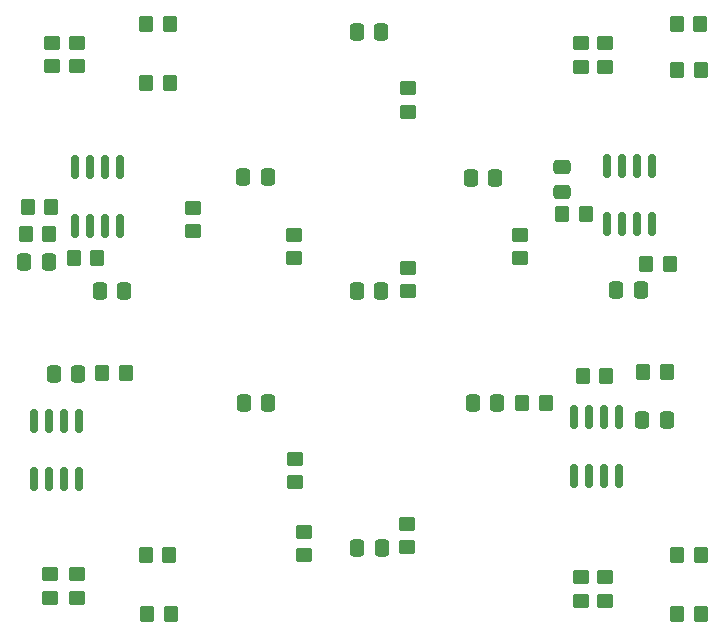
<source format=gbr>
G04 #@! TF.GenerationSoftware,KiCad,Pcbnew,(6.0.0-0)*
G04 #@! TF.CreationDate,2022-02-14T22:07:48-06:00*
G04 #@! TF.ProjectId,bells-venn,62656c6c-732d-4766-956e-6e2e6b696361,rev?*
G04 #@! TF.SameCoordinates,Original*
G04 #@! TF.FileFunction,Paste,Bot*
G04 #@! TF.FilePolarity,Positive*
%FSLAX46Y46*%
G04 Gerber Fmt 4.6, Leading zero omitted, Abs format (unit mm)*
G04 Created by KiCad (PCBNEW (6.0.0-0)) date 2022-02-14 22:07:48*
%MOMM*%
%LPD*%
G01*
G04 APERTURE LIST*
G04 Aperture macros list*
%AMRoundRect*
0 Rectangle with rounded corners*
0 $1 Rounding radius*
0 $2 $3 $4 $5 $6 $7 $8 $9 X,Y pos of 4 corners*
0 Add a 4 corners polygon primitive as box body*
4,1,4,$2,$3,$4,$5,$6,$7,$8,$9,$2,$3,0*
0 Add four circle primitives for the rounded corners*
1,1,$1+$1,$2,$3*
1,1,$1+$1,$4,$5*
1,1,$1+$1,$6,$7*
1,1,$1+$1,$8,$9*
0 Add four rect primitives between the rounded corners*
20,1,$1+$1,$2,$3,$4,$5,0*
20,1,$1+$1,$4,$5,$6,$7,0*
20,1,$1+$1,$6,$7,$8,$9,0*
20,1,$1+$1,$8,$9,$2,$3,0*%
G04 Aperture macros list end*
%ADD10RoundRect,0.150000X0.150000X-0.825000X0.150000X0.825000X-0.150000X0.825000X-0.150000X-0.825000X0*%
%ADD11RoundRect,0.250000X-0.450000X0.350000X-0.450000X-0.350000X0.450000X-0.350000X0.450000X0.350000X0*%
%ADD12RoundRect,0.250000X0.337500X0.475000X-0.337500X0.475000X-0.337500X-0.475000X0.337500X-0.475000X0*%
%ADD13RoundRect,0.250000X0.350000X0.450000X-0.350000X0.450000X-0.350000X-0.450000X0.350000X-0.450000X0*%
%ADD14RoundRect,0.250000X0.450000X-0.350000X0.450000X0.350000X-0.450000X0.350000X-0.450000X-0.350000X0*%
%ADD15RoundRect,0.250000X-0.337500X-0.475000X0.337500X-0.475000X0.337500X0.475000X-0.337500X0.475000X0*%
%ADD16RoundRect,0.250000X-0.350000X-0.450000X0.350000X-0.450000X0.350000X0.450000X-0.350000X0.450000X0*%
%ADD17RoundRect,0.250000X0.475000X-0.337500X0.475000X0.337500X-0.475000X0.337500X-0.475000X-0.337500X0*%
%ADD18RoundRect,0.150000X-0.150000X0.825000X-0.150000X-0.825000X0.150000X-0.825000X0.150000X0.825000X0*%
G04 APERTURE END LIST*
D10*
X125857000Y-71766200D03*
X124587000Y-71766200D03*
X123317000Y-71766200D03*
X122047000Y-71766200D03*
X122047000Y-66816200D03*
X123317000Y-66816200D03*
X124587000Y-66816200D03*
X125857000Y-66816200D03*
D11*
X144119600Y-51054000D03*
X144119600Y-53054000D03*
X153688800Y-75520800D03*
X153688800Y-77520800D03*
X153720800Y-53848000D03*
X153720800Y-55848000D03*
D12*
X123334600Y-53340000D03*
X121259600Y-53340000D03*
D13*
X170554400Y-63042800D03*
X168554400Y-63042800D03*
D12*
X125823800Y-62839600D03*
X123748800Y-62839600D03*
D14*
X123621800Y-36797600D03*
X123621800Y-34797600D03*
D13*
X127441200Y-53035200D03*
X125441200Y-53035200D03*
D14*
X123444000Y-81763000D03*
X123444000Y-79763000D03*
X168402000Y-82035000D03*
X168402000Y-80035000D03*
X168402000Y-36823000D03*
X168402000Y-34823000D03*
D15*
X149423100Y-33858200D03*
X151498100Y-33858200D03*
D16*
X163404800Y-65328800D03*
X165404800Y-65328800D03*
X121393200Y-51003200D03*
X123393200Y-51003200D03*
D11*
X153771600Y-38658800D03*
X153771600Y-40658800D03*
D15*
X173591400Y-66700400D03*
X175666400Y-66700400D03*
D14*
X144983200Y-78200000D03*
X144983200Y-76200000D03*
D16*
X121564400Y-48666400D03*
X123564400Y-48666400D03*
D14*
X144170400Y-72002400D03*
X144170400Y-70002400D03*
D17*
X166776400Y-47417900D03*
X166776400Y-45342900D03*
D18*
X125526800Y-45342000D03*
X126796800Y-45342000D03*
X128066800Y-45342000D03*
X129336800Y-45342000D03*
X129336800Y-50292000D03*
X128066800Y-50292000D03*
X126796800Y-50292000D03*
X125526800Y-50292000D03*
D13*
X129863600Y-62788800D03*
X127863600Y-62788800D03*
D18*
X170561000Y-45226200D03*
X171831000Y-45226200D03*
X173101000Y-45226200D03*
X174371000Y-45226200D03*
X174371000Y-50176200D03*
X173101000Y-50176200D03*
X171831000Y-50176200D03*
X170561000Y-50176200D03*
D11*
X163271200Y-51035200D03*
X163271200Y-53035200D03*
D10*
X171577000Y-71461400D03*
X170307000Y-71461400D03*
X169037000Y-71461400D03*
X167767000Y-71461400D03*
X167767000Y-66511400D03*
X169037000Y-66511400D03*
X170307000Y-66511400D03*
X171577000Y-66511400D03*
D16*
X131558900Y-78168500D03*
X133558900Y-78168500D03*
X131673192Y-83121500D03*
X133673192Y-83121500D03*
D14*
X125730000Y-36779600D03*
X125730000Y-34779600D03*
D11*
X125730000Y-79763000D03*
X125730000Y-81763000D03*
D16*
X166808400Y-49326800D03*
X168808400Y-49326800D03*
X176504200Y-33185100D03*
X178504200Y-33185100D03*
X176567700Y-78130400D03*
X178567700Y-78130400D03*
X176537000Y-37084000D03*
X178537000Y-37084000D03*
X176567700Y-83121500D03*
X178567700Y-83121500D03*
D14*
X170434000Y-36805000D03*
X170434000Y-34805000D03*
D11*
X170434000Y-80035000D03*
X170434000Y-82035000D03*
D16*
X131584300Y-33172400D03*
X133584300Y-33172400D03*
X131597000Y-38214300D03*
X133597000Y-38214300D03*
D15*
X127655300Y-55778400D03*
X129730300Y-55778400D03*
X149415700Y-55778400D03*
X151490700Y-55778400D03*
X159227500Y-65303400D03*
X161302500Y-65303400D03*
X171394100Y-55702200D03*
X173469100Y-55702200D03*
X159049700Y-46202600D03*
X161124700Y-46202600D03*
X149466500Y-77597000D03*
X151541500Y-77597000D03*
D11*
X135534400Y-48768000D03*
X135534400Y-50768000D03*
D16*
X173920400Y-53543200D03*
X175920400Y-53543200D03*
D13*
X175685200Y-62636400D03*
X173685200Y-62636400D03*
D15*
X139796500Y-46151800D03*
X141871500Y-46151800D03*
X139847300Y-65303400D03*
X141922300Y-65303400D03*
M02*

</source>
